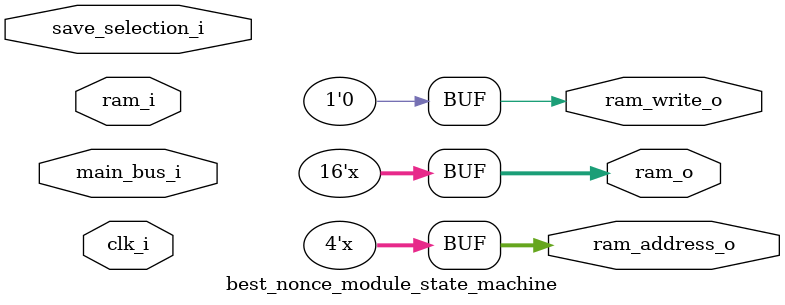
<source format=v>
module best_nonce_module_state_machine (
  input clk_i,
  input save_selection_i,
  input [23:0] main_bus_i,

  input [15:0] ram_i,
  output reg [15:0] ram_o,
  output reg [3:0] ram_address_o,
  output reg ram_write_o
);

reg [2:0] state, nextstate;

localparam IDLE                        = 0,
           BITS_OFF                    = 1,
           SAVE_HIGH_COREID_BYTE       = 2,
           LOAD_BEST_CORE_ID_LOW_WORD  = 3,
           SAVE_BEST_CORE_ID_HIGH_WORD = 4,
           RECEIVE_NONCE               = 5;

localparam NONCE_LENGTH = 8;

localparam RAM_ADDRESS_NEW_CORE_ID_LOW_WORD = 4'hB;
localparam RAM_ADDRESS_BEST_CORE_ID_LOW_WORD = 4'h8;
localparam RAM_ADDRESS_BEST_CORE_ID_HIGH_WORD = 4'h9;
localparam RAM_ADDRESS_BEST_BITS_OFF = 4'hA;
localparam RAM_ADDRESS_NONCE = 4'h0;

always @(*) begin
  ram_address_o = 4'bxxxx;
  ram_o = 16'bxxxxxxxxxxxxxxxx;
  ram_write_o = 1'b0;

  case(state)
    IDLE:
      if (save_selection_i) begin

      end else begin
        nextstate = IDLE;
      end
  endcase
end

always @(posedge clk_i) begin
  state <= nextstate;
end

endmodule

</source>
